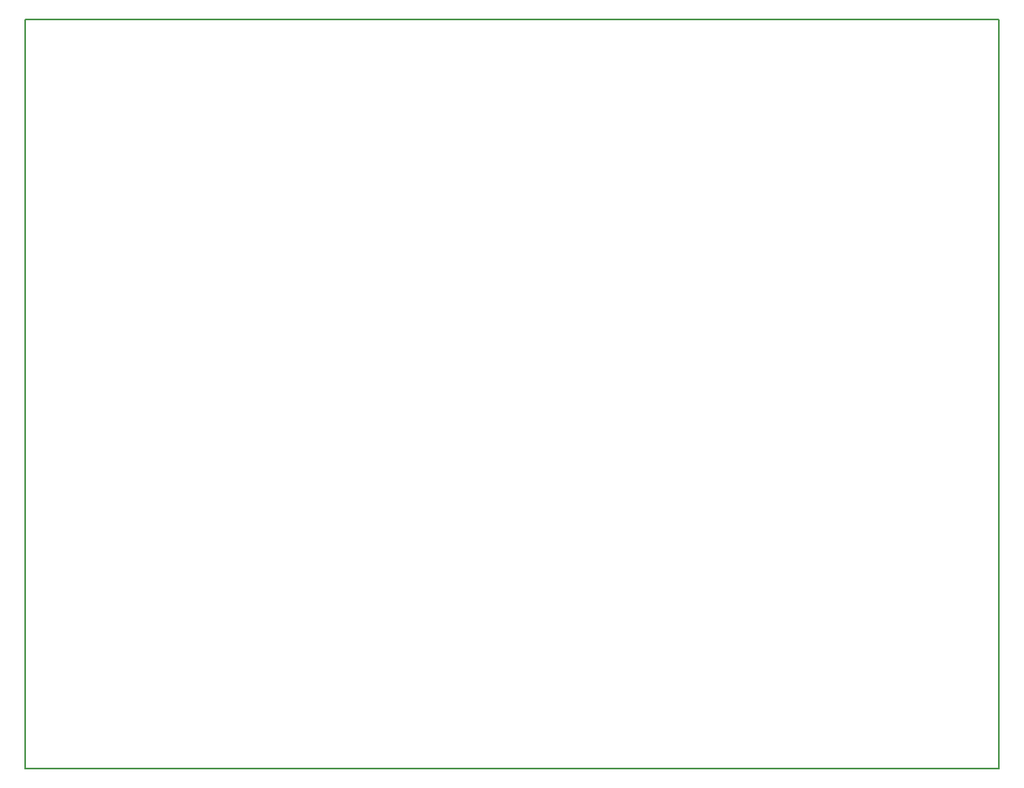
<source format=gbr>
G04 #@! TF.FileFunction,Profile,NP*
%FSLAX46Y46*%
G04 Gerber Fmt 4.6, Leading zero omitted, Abs format (unit mm)*
G04 Created by KiCad (PCBNEW 4.0.4-1.fc24-product) date Wed May 17 10:11:48 2017*
%MOMM*%
%LPD*%
G01*
G04 APERTURE LIST*
%ADD10C,0.100000*%
%ADD11C,0.150000*%
G04 APERTURE END LIST*
D10*
D11*
X48260000Y-121920000D02*
X48260000Y-43688000D01*
X149860000Y-121920000D02*
X48260000Y-121920000D01*
X149860000Y-43688000D02*
X149860000Y-121920000D01*
X48260000Y-43688000D02*
X149860000Y-43688000D01*
M02*

</source>
